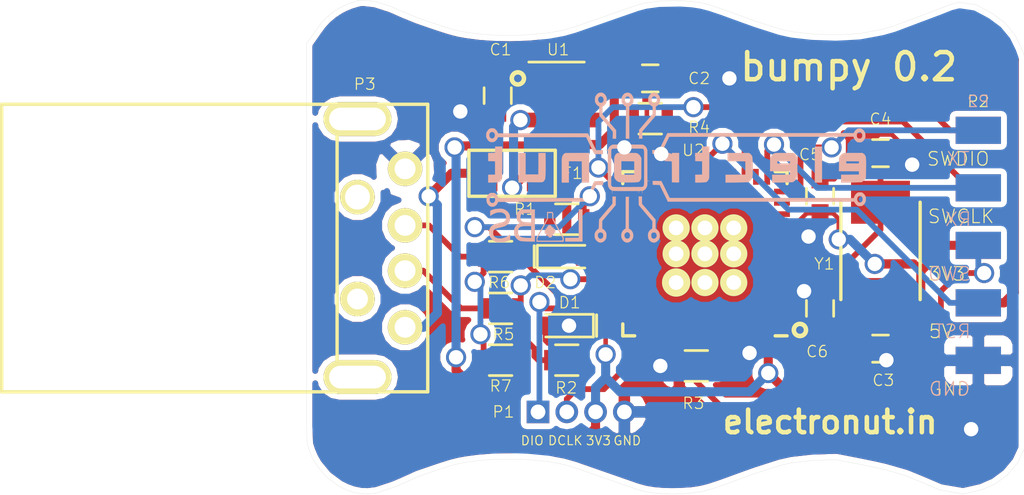
<source format=kicad_pcb>
(kicad_pcb (version 4) (host pcbnew 4.0.7)
  (layers (0 F.Cu signal) (31 B.Cu signal) (34 B.Paste user) (35 F.Paste user) (36 B.SilkS user) (37 F.SilkS user) (38 B.Mask user) (39 F.Mask user) (44 Edge.Cuts user))
  (net 0 "")
  (net 1 5V)
  (net 2 GND)
  (net 3 3V3)
  (net 4 "Net-(C3-Pad1)")
  (net 5 "Net-(C4-Pad1)")
  (net 6 "Net-(D1-Pad2)")
  (net 7 "Net-(D2-Pad1)")
  (net 8 "Net-(F1-Pad1)")
  (net 9 DIO)
  (net 10 DCLK)
  (net 11 TX)
  (net 12 RX)
  (net 13 SWO_TRACE)
  (net 14 RST)
  (net 15 D_P)
  (net 16 D_N)
  (net 17 PB14/SWDIO)
  (net 18 PA5/SWCLK)
  (net 19 LED_Link)
  (net 20 "Net-(R3-Pad1)")
  (net 21 "Net-(R4-Pad1)")
  (net 22 "Net-(R5-Pad1)")
  (net 23 "Net-(R6-Pad1)")
  (net 24 "Net-(U1-Pad4)")
  (net 25 "Net-(U2-Pad2)")
  (net 26 "Net-(U2-Pad3)")
  (net 27 "Net-(U2-Pad4)")
  (net 28 "Net-(U2-Pad7)")
  (net 29 "Net-(U2-Pad10)")
  (net 30 "Net-(U2-Pad11)")
  (net 31 "Net-(U2-Pad14)")
  (net 32 "Net-(U2-Pad16)")
  (net 33 "Net-(U2-Pad17)")
  (net 34 "Net-(U2-Pad19)")
  (net 35 "Net-(U2-Pad21)")
  (net 36 "Net-(U2-Pad22)")
  (net 37 "Net-(U2-Pad25)")
  (net 38 "Net-(U2-Pad26)")
  (net 39 "Net-(U2-Pad28)")
  (net 40 "Net-(U2-Pad29)")
  (net 41 "Net-(U2-Pad31)")
  (net 42 "Net-(U2-Pad38)")
  (net 43 "Net-(U2-Pad39)")
  (net 44 "Net-(U2-Pad40)")
  (net 45 "Net-(U2-Pad41)")
  (net 46 "Net-(U2-Pad42)")
  (net 47 "Net-(U2-Pad45)")
  (net 48 "Net-(U2-Pad46)")
  (module Capacitors_SMD:C_0603 (layer F.Cu) (at 189.738 128.143 270)
    (fp_text reference C1 (at -2.032 -0.127 360) (layer F.SilkS) (effects (font (size 0.5 0.5) (thickness 0.05))))
    (fp_text value 1uF)
    (pad 1 smd rect (at -0.75 0 270) (size 0.8 0.75) (layers F.Cu F.Paste F.Mask) (net 1 5V))
    (pad 2 smd rect (at 0.75 0 270) (size 0.8 0.75) (layers F.Cu F.Paste F.Mask) (net 2 GND))
  )
  (module Capacitors_SMD:C_0603 (layer F.Cu) (at 196.469 127.381)
    (fp_text reference C2 (at 2.159 0) (layer F.SilkS) (effects (font (size 0.5 0.5) (thickness 0.05))))
    (fp_text value 2.2uF)
    (pad 1 smd rect (at -0.75 0) (size 0.8 0.75) (layers F.Cu F.Paste F.Mask) (net 3 3V3))
    (pad 2 smd rect (at 0.75 0) (size 0.8 0.75) (layers F.Cu F.Paste F.Mask) (net 2 GND))
  )
  (module Capacitors_SMD:C_0603 (layer F.Cu) (at 206.629 139.319)
    (fp_text reference C3 (at 0.127 1.397) (layer F.SilkS) (effects (font (size 0.5 0.5) (thickness 0.05))))
    (fp_text value 22pF)
    (pad 1 smd rect (at -0.75 0) (size 0.8 0.75) (layers F.Cu F.Paste F.Mask) (net 4 "Net-(C3-Pad1)"))
    (pad 2 smd rect (at 0.75 0) (size 0.8 0.75) (layers F.Cu F.Paste F.Mask) (net 2 GND))
  )
  (module Capacitors_SMD:C_0603 (layer F.Cu) (at 206.629 130.683)
    (fp_text reference C4 (at 0 -1.5) (layer F.SilkS) (effects (font (size 0.5 0.5) (thickness 0.05))))
    (fp_text value 22pF)
    (pad 1 smd rect (at -0.75 0) (size 0.8 0.75) (layers F.Cu F.Paste F.Mask) (net 5 "Net-(C4-Pad1)"))
    (pad 2 smd rect (at 0.75 0) (size 0.8 0.75) (layers F.Cu F.Paste F.Mask) (net 2 GND))
  )
  (module Capacitors_SMD:C_0603 (layer F.Cu) (at 203.962 132.588 270)
    (fp_text reference C5 (at -1.8415 0.4445 360) (layer F.SilkS) (effects (font (size 0.5 0.5) (thickness 0.05))))
    (fp_text value 100nF)
    (pad 1 smd rect (at -0.75 0 270) (size 0.8 0.75) (layers F.Cu F.Paste F.Mask) (net 2 GND))
    (pad 2 smd rect (at 0.75 0 270) (size 0.8 0.75) (layers F.Cu F.Paste F.Mask) (net 3 3V3))
  )
  (module Capacitors_SMD:C_0603 (layer F.Cu) (at 203.962 137.541 270)
    (fp_text reference C6 (at 1.905 0.127 360) (layer F.SilkS) (effects (font (size 0.5 0.5) (thickness 0.05))))
    (fp_text value 100nF)
    (pad 1 smd rect (at -0.75 0 270) (size 0.8 0.75) (layers F.Cu F.Paste F.Mask) (net 2 GND))
    (pad 2 smd rect (at 0.75 0 270) (size 0.8 0.75) (layers F.Cu F.Paste F.Mask) (net 3 3V3))
  )
  (module LEDs:LED_0603 (layer F.Cu) (at 192.659 138.303 180)
    (fp_text reference D1 (at -0.254 1.016 180) (layer F.SilkS) (effects (font (size 0.5 0.5) (thickness 0.05))))
    (fp_text value LED2)
    (pad 2 smd rect (at 0.8 0) (size 0.8 0.8) (layers F.Cu F.Paste F.Mask) (net 6 "Net-(D1-Pad2)"))
    (pad 1 smd rect (at -0.8 0) (size 0.8 0.8) (layers F.Cu F.Paste F.Mask) (net 2 GND))
  )
  (module LEDs:LED_0603 (layer F.Cu) (at 192.786 135.255)
    (fp_text reference D2 (at -0.9525 1.143) (layer F.SilkS) (effects (font (size 0.5 0.5) (thickness 0.05))))
    (fp_text value LED1)
    (pad 2 smd rect (at 0.8 0 180) (size 0.8 0.8) (layers F.Cu F.Paste F.Mask) (net 3 3V3))
    (pad 1 smd rect (at -0.8 0 180) (size 0.8 0.8) (layers F.Cu F.Paste F.Mask) (net 7 "Net-(D2-Pad1)"))
  )
  (module bump:Fuse_PTC (layer F.Cu) (at 190.373 131.572)
    (fp_text reference F1 (at 2.667 0) (layer F.SilkS) (effects (font (size 0.5 0.5) (thickness 0.05))))
    (fp_text value F_Small)
    (pad 1 smd rect (at -1.175 0) (size 1.05 1.6) (layers F.Cu F.Paste F.Mask) (net 8 "Net-(F1-Pad1)"))
    (pad 2 smd rect (at 1.175 0) (size 1.05 1.6) (layers F.Cu F.Paste F.Mask) (net 1 5V))
  )
  (module bump:Pin_Header_Straight_1x04_1.27mm (layer F.Cu) (at 191.516 142.113 90)
    (fp_text reference P1 (at 0 -1.524 180) (layer F.SilkS) (effects (font (size 0.5 0.5) (thickness 0.05))))
    (fp_text value CONN_01X04)
    (pad 1 thru_hole rect (at 0 0 90) (size 1 1) (drill 0.65) (layers *.Cu *.Mask) (net 9 DIO))
    (pad 2 thru_hole oval (at 0 1.27 90) (size 1 1) (drill 0.65) (layers *.Cu *.Mask) (net 10 DCLK))
    (pad 3 thru_hole oval (at 0 2.54 90) (size 1 1) (drill 0.65) (layers *.Cu *.Mask) (net 3 3V3))
    (pad 4 thru_hole oval (at 0 3.81 90) (size 1 1) (drill 0.65) (layers *.Cu *.Mask) (net 2 GND))
  )
  (module bump:Pin_Header_Straight_1x05_SMD (layer B.Cu) (at 210.947 129.675 180)
    (fp_text reference P2 (at 0 1.278 180) (layer B.SilkS) (effects (font (size 0.5 0.5) (thickness 0.05)) (justify mirror)))
    (fp_text value CONN_01X05)
    (pad 1 smd rect (at 0 0 180) (size 2 1.2) (layers B.Cu B.Paste B.Mask) (net 11 TX))
    (pad 2 smd rect (at 0 -2.54 180) (size 2 1.2) (layers B.Cu B.Paste B.Mask) (net 12 RX))
    (pad 3 smd rect (at 0 -5.08 180) (size 2 1.2) (layers B.Cu B.Paste B.Mask) (net 13 SWO_TRACE))
    (pad 4 smd rect (at 0 -7.62 180) (size 2 1.2) (layers B.Cu B.Paste B.Mask) (net 14 RST))
    (pad 5 smd rect (at 0 -10.16 180) (size 2 1.2) (layers B.Cu B.Paste B.Mask) (net 2 GND))
  )
  (module bump:Pin_Header_Straight_1x05_SMD (layer F.Cu) (at 210.947 129.675)
    (fp_text reference P2 (at 0 -1.278) (layer F.SilkS) (effects (font (size 0.5 0.5) (thickness 0.05))))
    (fp_text value CONN_01X05)
    (pad 1 smd rect (at 0 0) (size 2 1.2) (layers F.Cu F.Paste F.Mask) (net 17 PB14/SWDIO))
    (pad 2 smd rect (at 0 2.54) (size 2 1.2) (layers F.Cu F.Paste F.Mask) (net 18 PA5/SWCLK))
    (pad 3 smd rect (at 0 5.08) (size 2 1.2) (layers F.Cu F.Paste F.Mask) (net 3 3V3))
    (pad 4 smd rect (at 0 7.62) (size 2 1.2) (layers F.Cu F.Paste F.Mask) (net 1 5V))
    (pad 5 smd rect (at 0 10.16) (size 2 1.2) (layers F.Cu F.Paste F.Mask) (net 2 GND))
  )
  (module Resistors_SMD:R_0603 (layer F.Cu) (at 192.786 133.604 180)
    (fp_text reference R1 (at 1.8415 0.4445 180) (layer F.SilkS) (effects (font (size 0.5 0.5) (thickness 0.05))))
    (fp_text value 1K)
    (pad 1 smd rect (at -0.75 0 180) (size 0.5 0.9) (layers F.Cu F.Paste F.Mask) (net 19 LED_Link))
    (pad 2 smd rect (at 0.75 0 180) (size 0.5 0.9) (layers F.Cu F.Paste F.Mask) (net 7 "Net-(D2-Pad1)"))
  )
  (module Resistors_SMD:R_0603 (layer F.Cu) (at 192.786 139.827)
    (fp_text reference R2 (at -0.022 1.223) (layer F.SilkS) (effects (font (size 0.5 0.5) (thickness 0.05))))
    (fp_text value 1K)
    (pad 1 smd rect (at -0.75 0) (size 0.5 0.9) (layers F.Cu F.Paste F.Mask) (net 19 LED_Link))
    (pad 2 smd rect (at 0.75 0) (size 0.5 0.9) (layers F.Cu F.Paste F.Mask) (net 6 "Net-(D1-Pad2)"))
  )
  (module Resistors_SMD:R_0603 (layer F.Cu) (at 198.501 140.081 180)
    (fp_text reference R3 (at 0.127 -1.651 180) (layer F.SilkS) (effects (font (size 0.5 0.5) (thickness 0.05))))
    (fp_text value 100K)
    (pad 1 smd rect (at -0.75 0 180) (size 0.5 0.9) (layers F.Cu F.Paste F.Mask) (net 20 "Net-(R3-Pad1)"))
    (pad 2 smd rect (at 0.75 0 180) (size 0.5 0.9) (layers F.Cu F.Paste F.Mask) (net 2 GND))
  )
  (module Resistors_SMD:R_0603 (layer F.Cu) (at 196.469 129.159 180)
    (fp_text reference R4 (at -2.159 -0.381 180) (layer F.SilkS) (effects (font (size 0.5 0.5) (thickness 0.05))))
    (fp_text value 100K)
    (pad 1 smd rect (at -0.75 0 180) (size 0.5 0.9) (layers F.Cu F.Paste F.Mask) (net 21 "Net-(R4-Pad1)"))
    (pad 2 smd rect (at 0.75 0 180) (size 0.5 0.9) (layers F.Cu F.Paste F.Mask) (net 2 GND))
  )
  (module Resistors_SMD:R_0603 (layer F.Cu) (at 189.865 137.541 180)
    (fp_text reference R5 (at -0.127 -1.143 180) (layer F.SilkS) (effects (font (size 0.5 0.5) (thickness 0.05))))
    (fp_text value 22R)
    (pad 1 smd rect (at -0.75 0 180) (size 0.5 0.9) (layers F.Cu F.Paste F.Mask) (net 22 "Net-(R5-Pad1)"))
    (pad 2 smd rect (at 0.75 0 180) (size 0.5 0.9) (layers F.Cu F.Paste F.Mask) (net 16 D_N))
  )
  (module Resistors_SMD:R_0603 (layer F.Cu) (at 189.865 135.255 180)
    (fp_text reference R6 (at 0.0635 -1.143 180) (layer F.SilkS) (effects (font (size 0.5 0.5) (thickness 0.05))))
    (fp_text value 22R)
    (pad 1 smd rect (at -0.75 0 180) (size 0.5 0.9) (layers F.Cu F.Paste F.Mask) (net 23 "Net-(R6-Pad1)"))
    (pad 2 smd rect (at 0.75 0 180) (size 0.5 0.9) (layers F.Cu F.Paste F.Mask) (net 15 D_P))
  )
  (module Resistors_SMD:R_0603 (layer F.Cu) (at 189.865 139.827 180)
    (fp_text reference R7 (at 0 -1.143 180) (layer F.SilkS) (effects (font (size 0.5 0.5) (thickness 0.05))))
    (fp_text value 10K)
    (pad 1 smd rect (at -0.75 0 180) (size 0.5 0.9) (layers F.Cu F.Paste F.Mask) (net 3 3V3))
    (pad 2 smd rect (at 0.75 0 180) (size 0.5 0.9) (layers F.Cu F.Paste F.Mask) (net 15 D_P))
  )
  (module TO_SOT_Packages_SMD:SOT-23-5 (layer F.Cu) (at 192.659 128.27)
    (fp_text reference U1 (at -0.254 -2.159) (layer F.SilkS) (effects (font (size 0.5 0.5) (thickness 0.05))))
    (fp_text value AP2112K)
    (pad 1 smd rect (at -1.1 -0.95) (size 1.06 0.65) (layers F.Cu F.Paste F.Mask) (net 1 5V))
    (pad 2 smd rect (at -1.1 0) (size 1.06 0.65) (layers F.Cu F.Paste F.Mask) (net 2 GND))
    (pad 3 smd rect (at -1.1 0.95) (size 1.06 0.65) (layers F.Cu F.Paste F.Mask) (net 1 5V))
    (pad 4 smd rect (at 1.1 0.95) (size 1.06 0.65) (layers F.Cu F.Paste F.Mask) (net 24 "Net-(U1-Pad4)"))
    (pad 5 smd rect (at 1.1 -0.95) (size 1.06 0.65) (layers F.Cu F.Paste F.Mask) (net 3 3V3))
  )
  (module bump:ABM7 (layer F.Cu) (at 206.629 135.001 90)
    (fp_text reference Y1 (at -0.5715 -2.4765 180) (layer F.SilkS) (effects (font (size 0.5 0.5) (thickness 0.05))))
    (fp_text value 8MHz hide)
    (pad 2 smd rect (at 2.15 0 90) (size 1.9 2.6) (layers F.Cu F.Paste F.Mask) (net 5 "Net-(C4-Pad1)"))
    (pad 1 smd rect (at -2.15 0 90) (size 1.9 2.6) (layers F.Cu F.Paste F.Mask) (net 4 "Net-(C3-Pad1)"))
  )
  (module hardware:USBA (layer F.Cu) (at 185.65 134.875 270)
    (fp_text reference P3 (at -7.239 1.778 360) (layer F.SilkS) (effects (font (size 0.5 0.5) (thickness 0.05))))
    (fp_text value USB_A)
    (pad 3 thru_hole circle (at -1 0 270) (size 1.524 1.524) (drill 0.92) (layers *.Cu *.Mask F.SilkS) (net 15 D_P))
    (pad 2 thru_hole circle (at 1 0 270) (size 1.524 1.524) (drill 0.92) (layers *.Cu *.Mask F.SilkS) (net 16 D_N))
    (pad 4 thru_hole circle (at -3.5 0 270) (size 1.524 1.524) (drill 0.92) (layers *.Cu *.Mask F.SilkS) (net 2 GND))
    (pad 1 thru_hole circle (at 3.5 0 270) (size 1.524 1.524) (drill 0.92) (layers *.Cu *.Mask F.SilkS) (net 8 "Net-(F1-Pad1)"))
    (pad "" np_thru_hole circle (at -2.25 2.1 270) (size 1.524 1.524) (drill 1.1) (layers *.Cu *.Mask F.SilkS))
    (pad "" np_thru_hole circle (at 2.25 2.1 270) (size 1.524 1.524) (drill 0.92) (layers *.Cu *.Mask F.SilkS))
    (pad "" np_thru_hole oval (at -5.7 2.1 270) (size 1.5 3) (drill oval 1 2.5) (layers *.Cu *.Mask F.SilkS))
    (pad "" np_thru_hole oval (at 5.7 2.1 270) (size 1.5 3) (drill oval 1 2.5) (layers *.Cu *.Mask F.SilkS))
  )
  (module bump:QFN-48-1EP_7x7mm_Pitch0.5 (layer F.Cu) (at 198.882 135.128 180)
    (fp_text reference U2 (at 0.508 4.572 180) (layer F.SilkS) (effects (font (size 0.5 0.5) (thickness 0.05))))
    (fp_text value STM32F103CX)
    (pad "" thru_hole circle (at -1.27 1.143 180) (size 1.2 1.2) (drill 0.65) (layers *.Cu *.Mask F.SilkS))
    (pad "" thru_hole circle (at 0 1.143 180) (size 1.2 1.2) (drill 0.65) (layers *.Cu *.Mask F.SilkS))
    (pad "" thru_hole circle (at 1.27 1.143 180) (size 1.2 1.2) (drill 0.65) (layers *.Cu *.Mask F.SilkS))
    (pad "" thru_hole circle (at 1.27 -1.27 180) (size 1.25 1.25) (drill 0.65) (layers *.Cu *.Mask F.SilkS))
    (pad "" thru_hole circle (at 0 -1.27 180) (size 1.2 1.2) (drill 0.65) (layers *.Cu *.Mask F.SilkS))
    (pad "" thru_hole circle (at -1.27 -1.27 180) (size 1.2 1.2) (drill 0.65) (layers *.Cu *.Mask F.SilkS))
    (pad "" thru_hole circle (at -1.27 0 180) (size 1.2 1.2) (drill 0.65) (layers *.Cu *.Mask F.SilkS))
    (pad "" thru_hole circle (at 1.27 0 180) (size 1.2 1.2) (drill 0.65) (layers *.Cu *.Mask F.SilkS))
    (pad 1 smd rect (at -3.4 -2.75 180) (size 0.7 0.25) (layers F.Cu F.Paste F.Mask) (net 3 3V3))
    (pad 2 smd rect (at -3.4 -2.25 180) (size 0.7 0.25) (layers F.Cu F.Paste F.Mask) (net 25 "Net-(U2-Pad2)"))
    (pad 3 smd rect (at -3.4 -1.75 180) (size 0.7 0.25) (layers F.Cu F.Paste F.Mask) (net 26 "Net-(U2-Pad3)"))
    (pad 4 smd rect (at -3.4 -1.25 180) (size 0.7 0.25) (layers F.Cu F.Paste F.Mask) (net 27 "Net-(U2-Pad4)"))
    (pad 5 smd rect (at -3.4 -0.75 180) (size 0.7 0.25) (layers F.Cu F.Paste F.Mask) (net 4 "Net-(C3-Pad1)"))
    (pad 6 smd rect (at -3.4 -0.25 180) (size 0.7 0.25) (layers F.Cu F.Paste F.Mask) (net 5 "Net-(C4-Pad1)"))
    (pad 7 smd rect (at -3.4 0.25 180) (size 0.7 0.25) (layers F.Cu F.Paste F.Mask) (net 28 "Net-(U2-Pad7)"))
    (pad 8 smd rect (at -3.4 0.75 180) (size 0.7 0.25) (layers F.Cu F.Paste F.Mask) (net 2 GND))
    (pad 9 smd rect (at -3.4 1.25 180) (size 0.7 0.25) (layers F.Cu F.Paste F.Mask) (net 3 3V3))
    (pad 10 smd rect (at -3.4 1.75 180) (size 0.7 0.25) (layers F.Cu F.Paste F.Mask) (net 29 "Net-(U2-Pad10)"))
    (pad 11 smd rect (at -3.4 2.25 180) (size 0.7 0.25) (layers F.Cu F.Paste F.Mask) (net 30 "Net-(U2-Pad11)"))
    (pad 12 smd rect (at -3.4 2.75 180) (size 0.7 0.25) (layers F.Cu F.Paste F.Mask) (net 11 TX))
    (pad 13 smd rect (at -2.75 3.4 270) (size 0.7 0.25) (layers F.Cu F.Paste F.Mask) (net 12 RX))
    (pad 14 smd rect (at -2.25 3.4 270) (size 0.7 0.25) (layers F.Cu F.Paste F.Mask) (net 31 "Net-(U2-Pad14)"))
    (pad 15 smd rect (at -1.75 3.4 270) (size 0.7 0.25) (layers F.Cu F.Paste F.Mask) (net 18 PA5/SWCLK))
    (pad 16 smd rect (at -1.25 3.4 270) (size 0.7 0.25) (layers F.Cu F.Paste F.Mask) (net 32 "Net-(U2-Pad16)"))
    (pad 17 smd rect (at -0.75 3.4 270) (size 0.7 0.25) (layers F.Cu F.Paste F.Mask) (net 33 "Net-(U2-Pad17)"))
    (pad 18 smd rect (at -0.25 3.4 270) (size 0.7 0.25) (layers F.Cu F.Paste F.Mask) (net 14 RST))
    (pad 19 smd rect (at 0.25 3.4 270) (size 0.7 0.25) (layers F.Cu F.Paste F.Mask) (net 34 "Net-(U2-Pad19)"))
    (pad 20 smd rect (at 0.75 3.4 270) (size 0.7 0.25) (layers F.Cu F.Paste F.Mask) (net 21 "Net-(R4-Pad1)"))
    (pad 21 smd rect (at 1.25 3.4 270) (size 0.7 0.25) (layers F.Cu F.Paste F.Mask) (net 35 "Net-(U2-Pad21)"))
    (pad 22 smd rect (at 1.75 3.4 270) (size 0.7 0.25) (layers F.Cu F.Paste F.Mask) (net 36 "Net-(U2-Pad22)"))
    (pad 23 smd rect (at 2.25 3.4 270) (size 0.7 0.25) (layers F.Cu F.Paste F.Mask) (net 2 GND))
    (pad 24 smd rect (at 2.75 3.4 270) (size 0.7 0.25) (layers F.Cu F.Paste F.Mask) (net 3 3V3))
    (pad 25 smd rect (at 3.4 2.75 180) (size 0.7 0.25) (layers F.Cu F.Paste F.Mask) (net 37 "Net-(U2-Pad25)"))
    (pad 26 smd rect (at 3.4 2.25 180) (size 0.7 0.25) (layers F.Cu F.Paste F.Mask) (net 38 "Net-(U2-Pad26)"))
    (pad 27 smd rect (at 3.4 1.75 180) (size 0.7 0.25) (layers F.Cu F.Paste F.Mask) (net 17 PB14/SWDIO))
    (pad 28 smd rect (at 3.4 1.25 180) (size 0.7 0.25) (layers F.Cu F.Paste F.Mask) (net 39 "Net-(U2-Pad28)"))
    (pad 29 smd rect (at 3.4 0.75 180) (size 0.7 0.25) (layers F.Cu F.Paste F.Mask) (net 40 "Net-(U2-Pad29)"))
    (pad 30 smd rect (at 3.4 0.25 180) (size 0.7 0.25) (layers F.Cu F.Paste F.Mask) (net 19 LED_Link))
    (pad 31 smd rect (at 3.4 -0.25 180) (size 0.7 0.25) (layers F.Cu F.Paste F.Mask) (net 41 "Net-(U2-Pad31)"))
    (pad 32 smd rect (at 3.4 -0.75 180) (size 0.7 0.25) (layers F.Cu F.Paste F.Mask) (net 22 "Net-(R5-Pad1)"))
    (pad 33 smd rect (at 3.4 -1.25 180) (size 0.7 0.25) (layers F.Cu F.Paste F.Mask) (net 23 "Net-(R6-Pad1)"))
    (pad 34 smd rect (at 3.4 -1.75 180) (size 0.7 0.25) (layers F.Cu F.Paste F.Mask) (net 9 DIO))
    (pad 35 smd rect (at 3.4 -2.25 180) (size 0.7 0.25) (layers F.Cu F.Paste F.Mask) (net 2 GND))
    (pad 36 smd rect (at 3.4 -2.75 180) (size 0.7 0.25) (layers F.Cu F.Paste F.Mask) (net 3 3V3))
    (pad 37 smd rect (at 2.75 -3.4 270) (size 0.7 0.25) (layers F.Cu F.Paste F.Mask) (net 10 DCLK))
    (pad 38 smd rect (at 2.25 -3.4 270) (size 0.7 0.25) (layers F.Cu F.Paste F.Mask) (net 42 "Net-(U2-Pad38)"))
    (pad 39 smd rect (at 1.75 -3.4 270) (size 0.7 0.25) (layers F.Cu F.Paste F.Mask) (net 43 "Net-(U2-Pad39)"))
    (pad 40 smd rect (at 1.25 -3.4 270) (size 0.7 0.25) (layers F.Cu F.Paste F.Mask) (net 44 "Net-(U2-Pad40)"))
    (pad 41 smd rect (at 0.75 -3.4 270) (size 0.7 0.25) (layers F.Cu F.Paste F.Mask) (net 45 "Net-(U2-Pad41)"))
    (pad 42 smd rect (at 0.25 -3.4 270) (size 0.7 0.25) (layers F.Cu F.Paste F.Mask) (net 46 "Net-(U2-Pad42)"))
    (pad 43 smd rect (at -0.25 -3.4 270) (size 0.7 0.25) (layers F.Cu F.Paste F.Mask) (net 13 SWO_TRACE))
    (pad 44 smd rect (at -0.75 -3.4 270) (size 0.7 0.25) (layers F.Cu F.Paste F.Mask) (net 20 "Net-(R3-Pad1)"))
    (pad 45 smd rect (at -1.25 -3.4 270) (size 0.7 0.25) (layers F.Cu F.Paste F.Mask) (net 47 "Net-(U2-Pad45)"))
    (pad 46 smd rect (at -1.75 -3.4 270) (size 0.7 0.25) (layers F.Cu F.Paste F.Mask) (net 48 "Net-(U2-Pad46)"))
    (pad 47 smd rect (at -2.25 -3.4 270) (size 0.7 0.25) (layers F.Cu F.Paste F.Mask) (net 2 GND))
    (pad 48 smd rect (at -2.75 -3.4 270) (size 0.7 0.25) (layers F.Cu F.Paste F.Mask) (net 3 3V3))
    (pad 49 smd rect (at 0 0 180) (size 5.1 5.1) (layers F.Cu F.Paste F.Mask))
    (pad "" thru_hole circle (at 0 0 180) (size 1.2 1.2) (drill 0.65) (layers *.Cu *.Mask F.SilkS))
  )
  (module bump:en-labs-logo (layer B.Cu) (at 197.612 131.318 180)
    (fp_text reference G*** hide)
    (fp_text value LOGO hide)
  )
  (gr_line (start 191.35 135.725) (end 191.35 134.775) (angle 90) (layer F.SilkS) (width 0.13))
  (gr_line (start 194.1 138.775) (end 194.1 137.825) (angle 90) (layer F.SilkS) (width 0.13))
  (gr_circle (center 190.627 127.381) (end 190.8175 127.5715) (layer F.SilkS) (width 0.2))
  (gr_circle (center 203.073 138.4935) (end 203.2635 138.684) (layer F.SilkS) (width 0.2))
  (gr_text "GND\n" (at 195.453 143.383) (layer F.SilkS) (effects (font (size 0.4 0.4) (thickness 0.05))))
  (gr_text "3V3\n" (at 194.183 143.383) (layer F.SilkS) (effects (font (size 0.4 0.4) (thickness 0.05))))
  (gr_text "DCLK\n" (at 192.72 143.379) (layer F.SilkS) (effects (font (size 0.4 0.4) (thickness 0.05))))
  (gr_text DIO (at 191.262 143.383) (layer F.SilkS) (effects (font (size 0.4 0.4) (thickness 0.05))))
  (gr_text "GND\n" (at 209.677 141.097) (layer B.SilkS) (effects (font (size 0.6 0.6) (thickness 0.05)) (justify mirror)))
  (gr_text "RST\n" (at 209.804 138.557) (layer B.SilkS) (effects (font (size 0.6 0.6) (thickness 0.05)) (justify mirror)))
  (gr_text SWO (at 209.677 136.017) (layer B.SilkS) (effects (font (size 0.6 0.6) (thickness 0.05)) (justify mirror)))
  (gr_text "RX\n" (at 210.058 133.604) (layer B.SilkS) (effects (font (size 0.6 0.6) (thickness 0.05)) (justify mirror)))
  (gr_text "TX\n" (at 210.058 130.937) (layer B.SilkS) (effects (font (size 0.6 0.6) (thickness 0.05)) (justify mirror)))
  (gr_text "GND\n" (at 209.677 141.097) (layer F.SilkS) (effects (font (size 0.6 0.6) (thickness 0.05))))
  (gr_text 5V (at 209.296 138.557) (layer F.SilkS) (effects (font (size 0.6 0.6) (thickness 0.05))))
  (gr_text "3V3\n" (at 209.55 136.017) (layer F.SilkS) (effects (font (size 0.6 0.6) (thickness 0.05))))
  (gr_text "SWCLK\n" (at 210.185 133.477) (layer F.SilkS) (effects (font (size 0.6 0.6) (thickness 0.05))))
  (gr_text "SWDIO\n" (at 210.058 130.937) (layer F.SilkS) (effects (font (size 0.6 0.6) (thickness 0.05))))
  (gr_text electronut.in (at 204.4065 142.5575) (layer F.SilkS) (effects (font (size 1 1) (thickness 0.2))))
  (gr_text "bumpy 0.2\n" (at 205.232 126.873) (layer F.SilkS) (effects (font (size 1.2 1.2) (thickness 0.2))))
  (gr_line (start 188.054117 125.290277) (end 187.801454 125.229579) (angle 90) (layer Edge.Cuts) (width 0.01))
  (gr_line (start 188.345342 125.344379) (end 188.054117 125.290277) (angle 90) (layer Edge.Cuts) (width 0.01))
  (gr_line (start 188.902606 125.418477) (end 188.345342 125.344379) (angle 90) (layer Edge.Cuts) (width 0.01))
  (gr_line (start 189.468768 125.462824) (end 188.902606 125.418477) (angle 90) (layer Edge.Cuts) (width 0.01))
  (gr_line (start 186.909352 124.946728) (end 186.875617 124.935246) (angle 90) (layer Edge.Cuts) (width 0.01))
  (gr_line (start 186.941429 124.957648) (end 186.909352 124.946728) (angle 90) (layer Edge.Cuts) (width 0.01))
  (gr_line (start 186.975189 124.969075) (end 186.941429 124.957648) (angle 90) (layer Edge.Cuts) (width 0.01))
  (gr_line (start 187.007257 124.979934) (end 186.975189 124.969075) (angle 90) (layer Edge.Cuts) (width 0.01))
  (gr_line (start 187.152939 125.028816) (end 187.007257 124.979934) (angle 90) (layer Edge.Cuts) (width 0.01))
  (gr_line (start 187.270563 125.067696) (end 187.152939 125.028816) (angle 90) (layer Edge.Cuts) (width 0.01))
  (gr_line (start 187.593519 125.169848) (end 187.270563 125.067696) (angle 90) (layer Edge.Cuts) (width 0.01))
  (gr_line (start 187.801454 125.229579) (end 187.593519 125.169848) (angle 90) (layer Edge.Cuts) (width 0.01))
  (gr_line (start 184.345152 123.987688) (end 183.796583 123.923163) (angle 90) (layer Edge.Cuts) (width 0.01))
  (gr_line (start 185.04193 124.210872) (end 184.345152 123.987688) (angle 90) (layer Edge.Cuts) (width 0.01))
  (gr_line (start 185.626252 124.468154) (end 185.04193 124.210872) (angle 90) (layer Edge.Cuts) (width 0.01))
  (gr_line (start 186.218856 124.708491) (end 185.626252 124.468154) (angle 90) (layer Edge.Cuts) (width 0.01))
  (gr_line (start 186.531894 124.817112) (end 186.218856 124.708491) (angle 90) (layer Edge.Cuts) (width 0.01))
  (gr_line (start 186.744029 124.89022) (end 186.531894 124.817112) (angle 90) (layer Edge.Cuts) (width 0.01))
  (gr_line (start 186.813089 124.9139) (end 186.744029 124.89022) (angle 90) (layer Edge.Cuts) (width 0.01))
  (gr_line (start 186.875617 124.935246) (end 186.813089 124.9139) (angle 90) (layer Edge.Cuts) (width 0.01))
  (gr_line (start 189.468739 125.462827) (end 189.468768 125.462824) (angle 90) (layer Edge.Cuts) (width 0.01))
  (gr_line (start 189.468739 125.462819) (end 189.468739 125.462827) (angle 90) (layer Edge.Cuts) (width 0.01))
  (gr_line (start 190.264027 125.482112) (end 189.468739 125.462819) (angle 90) (layer Edge.Cuts) (width 0.01))
  (gr_line (start 191.05203 125.458342) (end 190.264027 125.482112) (angle 90) (layer Edge.Cuts) (width 0.01))
  (gr_line (start 191.96883 125.371702) (end 191.05203 125.458342) (angle 90) (layer Edge.Cuts) (width 0.01))
  (gr_line (start 198.72765 124.046149) (end 198.317371 123.982194) (angle 90) (layer Edge.Cuts) (width 0.01))
  (gr_line (start 199.102782 124.140852) (end 198.72765 124.046149) (angle 90) (layer Edge.Cuts) (width 0.01))
  (gr_line (start 199.626615 124.314504) (end 199.102782 124.140852) (angle 90) (layer Edge.Cuts) (width 0.01))
  (gr_line (start 200.683579 124.698517) (end 199.626615 124.314504) (angle 90) (layer Edge.Cuts) (width 0.01))
  (gr_line (start 201.164849 124.870422) (end 200.683579 124.698517) (angle 90) (layer Edge.Cuts) (width 0.01))
  (gr_line (start 202.224701 125.209343) (end 201.164849 124.870422) (angle 90) (layer Edge.Cuts) (width 0.01))
  (gr_line (start 202.736882 125.322064) (end 202.224701 125.209343) (angle 90) (layer Edge.Cuts) (width 0.01))
  (gr_line (start 203.613617 125.420556) (end 202.736882 125.322064) (angle 90) (layer Edge.Cuts) (width 0.01))
  (gr_line (start 192.615601 125.252314) (end 191.96883 125.371702) (angle 90) (layer Edge.Cuts) (width 0.01))
  (gr_line (start 193.107977 125.112186) (end 192.615601 125.252314) (angle 90) (layer Edge.Cuts) (width 0.01))
  (gr_line (start 194.484741 124.631947) (end 193.107977 125.112186) (angle 90) (layer Edge.Cuts) (width 0.01))
  (gr_line (start 195.861279 124.151891) (end 194.484741 124.631947) (angle 90) (layer Edge.Cuts) (width 0.01))
  (gr_line (start 196.241469 124.049144) (end 195.861279 124.151891) (angle 90) (layer Edge.Cuts) (width 0.01))
  (gr_line (start 196.845804 123.966118) (end 196.241469 124.049144) (angle 90) (layer Edge.Cuts) (width 0.01))
  (gr_line (start 197.790962 123.947657) (end 196.845804 123.966118) (angle 90) (layer Edge.Cuts) (width 0.01))
  (gr_line (start 198.317371 123.982194) (end 197.790962 123.947657) (angle 90) (layer Edge.Cuts) (width 0.01))
  (gr_line (start 204.665169 125.457415) (end 203.613617 125.420556) (angle 90) (layer Edge.Cuts) (width 0.01))
  (gr_line (start 206.683959 125.218401) (end 207.180382 125.078774) (angle 90) (layer Edge.Cuts) (width 0.01))
  (gr_line (start 205.694916 125.402031) (end 206.683959 125.218401) (angle 90) (layer Edge.Cuts) (width 0.01))
  (gr_line (start 204.665169 125.457415) (end 205.694916 125.402031) (angle 90) (layer Edge.Cuts) (width 0.01))
  (gr_line (start 209.699943 124.118861) (end 210.099943 124.018861) (angle 90) (layer Edge.Cuts) (width 0.01))
  (gr_line (start 209.199943 124.318861) (end 209.699943 124.118861) (angle 90) (layer Edge.Cuts) (width 0.01))
  (gr_line (start 208.399943 124.618861) (end 209.199943 124.318861) (angle 90) (layer Edge.Cuts) (width 0.01))
  (gr_line (start 208.399943 124.618861) (end 208.399943 124.618861) (angle 90) (layer Edge.Cuts) (width 0.01))
  (gr_line (start 207.180382 125.078774) (end 208.399943 124.618861) (angle 90) (layer Edge.Cuts) (width 0.01))
  (gr_line (start 185.952757 145.091834) (end 185.794665 145.163607) (angle 90) (layer Edge.Cuts) (width 0.01))
  (gr_line (start 186.085799 145.031146) (end 185.952757 145.091834) (angle 90) (layer Edge.Cuts) (width 0.01))
  (gr_line (start 186.218859 144.970488) (end 186.085799 145.031146) (angle 90) (layer Edge.Cuts) (width 0.01))
  (gr_line (start 186.939174 144.722174) (end 186.218859 144.970488) (angle 90) (layer Edge.Cuts) (width 0.01))
  (gr_line (start 187.270566 144.611284) (end 186.939174 144.722174) (angle 90) (layer Edge.Cuts) (width 0.01))
  (gr_line (start 187.593521 144.509141) (end 187.270566 144.611284) (angle 90) (layer Edge.Cuts) (width 0.01))
  (gr_line (start 187.801457 144.449397) (end 187.593521 144.509141) (angle 90) (layer Edge.Cuts) (width 0.01))
  (gr_line (start 188.054119 144.388707) (end 187.801457 144.449397) (angle 90) (layer Edge.Cuts) (width 0.01))
  (gr_line (start 184.407217 145.687057) (end 184.014225 145.737606) (angle 90) (layer Edge.Cuts) (width 0.01))
  (gr_line (start 185.148365 145.443061) (end 184.407217 145.687057) (angle 90) (layer Edge.Cuts) (width 0.01))
  (gr_line (start 185.371295 145.35046) (end 185.148365 145.443061) (angle 90) (layer Edge.Cuts) (width 0.01))
  (gr_line (start 185.686279 145.212397) (end 185.371295 145.35046) (angle 90) (layer Edge.Cuts) (width 0.01))
  (gr_line (start 185.794665 145.163607) (end 185.686279 145.212397) (angle 90) (layer Edge.Cuts) (width 0.01))
  (gr_line (start 188.345345 144.3346) (end 188.054119 144.388707) (angle 90) (layer Edge.Cuts) (width 0.01))
  (gr_line (start 188.902606 144.2605) (end 188.345345 144.3346) (angle 90) (layer Edge.Cuts) (width 0.01))
  (gr_line (start 189.468771 144.216155) (end 188.902606 144.2605) (angle 90) (layer Edge.Cuts) (width 0.01))
  (gr_line (start 189.468742 144.216158) (end 189.468742 144.216152) (angle 90) (layer Edge.Cuts) (width 0.01))
  (gr_line (start 189.860013 144.201363) (end 189.468742 144.216158) (angle 90) (layer Edge.Cuts) (width 0.01))
  (gr_line (start 190.260488 144.197126) (end 189.860013 144.201363) (angle 90) (layer Edge.Cuts) (width 0.01))
  (gr_line (start 190.662829 144.203682) (end 190.260488 144.197126) (angle 90) (layer Edge.Cuts) (width 0.01))
  (gr_line (start 191.052033 144.220635) (end 190.662829 144.203682) (angle 90) (layer Edge.Cuts) (width 0.01))
  (gr_line (start 191.968836 144.307277) (end 191.052033 144.220635) (angle 90) (layer Edge.Cuts) (width 0.01))
  (gr_line (start 192.615604 144.426665) (end 191.968836 144.307277) (angle 90) (layer Edge.Cuts) (width 0.01))
  (gr_line (start 193.10798 144.566794) (end 192.615604 144.426665) (angle 90) (layer Edge.Cuts) (width 0.01))
  (gr_line (start 189.468742 144.216152) (end 189.468771 144.216155) (angle 90) (layer Edge.Cuts) (width 0.01))
  (gr_line (start 197.790974 145.731322) (end 197.580466 145.735446) (angle 90) (layer Edge.Cuts) (width 0.01))
  (gr_line (start 198.317371 145.696785) (end 197.790974 145.731322) (angle 90) (layer Edge.Cuts) (width 0.01))
  (gr_line (start 198.727661 145.632831) (end 198.317371 145.696785) (angle 90) (layer Edge.Cuts) (width 0.01))
  (gr_line (start 199.102782 145.538127) (end 198.727661 145.632831) (angle 90) (layer Edge.Cuts) (width 0.01))
  (gr_line (start 199.626615 145.364476) (end 199.102782 145.538127) (angle 90) (layer Edge.Cuts) (width 0.01))
  (gr_line (start 200.683579 144.980462) (end 199.626615 145.364476) (angle 90) (layer Edge.Cuts) (width 0.01))
  (gr_line (start 201.164857 144.808557) (end 200.683579 144.980462) (angle 90) (layer Edge.Cuts) (width 0.01))
  (gr_line (start 202.224701 144.469633) (end 201.164857 144.808557) (angle 90) (layer Edge.Cuts) (width 0.01))
  (gr_line (start 194.484744 145.047032) (end 193.10798 144.566794) (angle 90) (layer Edge.Cuts) (width 0.01))
  (gr_line (start 195.861267 145.527086) (end 194.484744 145.047032) (angle 90) (layer Edge.Cuts) (width 0.01))
  (gr_line (start 196.241469 145.629841) (end 195.861267 145.527086) (angle 90) (layer Edge.Cuts) (width 0.01))
  (gr_line (start 196.600309 145.689997) (end 196.241469 145.629841) (angle 90) (layer Edge.Cuts) (width 0.01))
  (gr_line (start 197.012316 145.726259) (end 196.600309 145.689997) (angle 90) (layer Edge.Cuts) (width 0.01))
  (gr_line (start 197.192245 145.733137) (end 197.012316 145.726259) (angle 90) (layer Edge.Cuts) (width 0.01))
  (gr_line (start 197.401233 145.736212) (end 197.192245 145.733137) (angle 90) (layer Edge.Cuts) (width 0.01))
  (gr_line (start 197.580466 145.735446) (end 197.401233 145.736212) (angle 90) (layer Edge.Cuts) (width 0.01))
  (gr_line (start 202.736882 144.356915) (end 202.224701 144.469633) (angle 90) (layer Edge.Cuts) (width 0.01))
  (gr_line (start 203.613629 144.258423) (end 202.736882 144.356915) (angle 90) (layer Edge.Cuts) (width 0.01))
  (gr_line (start 204.66518 144.221565) (end 203.613629 144.258423) (angle 90) (layer Edge.Cuts) (width 0.01))
  (gr_line (start 209.252763 145.563017) (end 210.277347 145.737606) (angle 90) (layer Edge.Cuts) (width 0.01))
  (gr_line (start 208.42173 145.208435) (end 209.252763 145.563017) (angle 90) (layer Edge.Cuts) (width 0.01))
  (gr_line (start 207.748832 144.931796) (end 208.42173 145.208435) (angle 90) (layer Edge.Cuts) (width 0.01))
  (gr_line (start 206.809245 144.660974) (end 207.748832 144.931796) (angle 90) (layer Edge.Cuts) (width 0.01))
  (gr_line (start 206.361566 144.559347) (end 206.809245 144.660974) (angle 90) (layer Edge.Cuts) (width 0.01))
  (gr_line (start 205.74066 144.430643) (end 206.361566 144.559347) (angle 90) (layer Edge.Cuts) (width 0.01))
  (gr_line (start 205.437527 144.371015) (end 205.74066 144.430643) (angle 90) (layer Edge.Cuts) (width 0.01))
  (gr_line (start 204.66518 144.221565) (end 205.437527 144.371015) (angle 90) (layer Edge.Cuts) (width 0.01))
  (gr_line (start 182.170694 124.703208) (end 181.935891 124.954737) (angle 90) (layer Edge.Cuts) (width 0.01))
  (gr_line (start 182.440885 124.475317) (end 182.170694 124.703208) (angle 90) (layer Edge.Cuts) (width 0.01))
  (gr_line (start 182.731131 124.2853) (end 182.440885 124.475317) (angle 90) (layer Edge.Cuts) (width 0.01))
  (gr_line (start 182.975464 124.159728) (end 182.731131 124.2853) (angle 90) (layer Edge.Cuts) (width 0.01))
  (gr_line (start 183.243937 124.049728) (end 182.975464 124.159728) (angle 90) (layer Edge.Cuts) (width 0.01))
  (gr_line (start 183.618205 123.939648) (end 183.243937 124.049728) (angle 90) (layer Edge.Cuts) (width 0.01))
  (gr_line (start 183.796583 123.923166) (end 183.618205 123.939648) (angle 90) (layer Edge.Cuts) (width 0.01))
  (gr_line (start 181.299943 125.848861) (end 181.30001 142.749242) (angle 90) (layer Edge.Cuts) (width 0.01))
  (gr_line (start 212.981808 126.41551) (end 212.979899 143.719935) (angle 90) (layer Edge.Cuts) (width 0.01))
  (gr_line (start 181.732142 125.232535) (end 181.299943 125.848861) (angle 90) (layer Edge.Cuts) (width 0.01))
  (gr_line (start 181.935891 124.954737) (end 181.732142 125.232535) (angle 90) (layer Edge.Cuts) (width 0.01))
  (gr_line (start 212.842768 126.028687) (end 212.981808 126.41551) (angle 90) (layer Edge.Cuts) (width 0.01))
  (gr_line (start 212.563022 125.459235) (end 212.842768 126.028687) (angle 90) (layer Edge.Cuts) (width 0.01))
  (gr_line (start 212.115121 124.920546) (end 212.563022 125.459235) (angle 90) (layer Edge.Cuts) (width 0.01))
  (gr_line (start 211.564028 124.511996) (end 212.115121 124.920546) (angle 90) (layer Edge.Cuts) (width 0.01))
  (gr_line (start 210.853977 124.130567) (end 211.564028 124.511996) (angle 90) (layer Edge.Cuts) (width 0.01))
  (gr_line (start 210.099943 124.018861) (end 210.853977 124.130567) (angle 90) (layer Edge.Cuts) (width 0.01))
  (gr_line (start 181.331636 143.529036) (end 181.30001 142.749242) (angle 90) (layer Edge.Cuts) (width 0.01))
  (gr_line (start 181.430477 143.839543) (end 181.331636 143.529036) (angle 90) (layer Edge.Cuts) (width 0.01))
  (gr_line (start 181.569165 144.160164) (end 181.430477 143.839543) (angle 90) (layer Edge.Cuts) (width 0.01))
  (gr_line (start 181.732142 144.446492) (end 181.569165 144.160164) (angle 90) (layer Edge.Cuts) (width 0.01))
  (gr_line (start 182.180037 144.985177) (end 181.732142 144.446492) (angle 90) (layer Edge.Cuts) (width 0.01))
  (gr_line (start 182.731131 145.393727) (end 182.180037 144.985177) (angle 90) (layer Edge.Cuts) (width 0.01))
  (gr_line (start 183.037617 145.545547) (end 182.731131 145.393727) (angle 90) (layer Edge.Cuts) (width 0.01))
  (gr_line (start 183.346206 145.654641) (end 183.037617 145.545547) (angle 90) (layer Edge.Cuts) (width 0.01))
  (gr_line (start 183.70878 145.72852) (end 183.346206 145.654641) (angle 90) (layer Edge.Cuts) (width 0.01))
  (gr_line (start 184.014225 145.737606) (end 183.70878 145.72852) (angle 90) (layer Edge.Cuts) (width 0.01))
  (gr_line (start 212.688311 144.345298) (end 212.979899 143.719935) (angle 90) (layer Edge.Cuts) (width 0.01))
  (gr_line (start 212.24041 144.883986) (end 212.688311 144.345298) (angle 90) (layer Edge.Cuts) (width 0.01))
  (gr_line (start 211.689317 145.292533) (end 212.24041 144.883986) (angle 90) (layer Edge.Cuts) (width 0.01))
  (gr_line (start 211.095297 145.551836) (end 211.689317 145.292533) (angle 90) (layer Edge.Cuts) (width 0.01))
  (gr_line (start 210.277347 145.737606) (end 211.095297 145.551836) (angle 90) (layer Edge.Cuts) (width 0.01))
  (segment (start 212.5345 126.5555) (end 212.5345 136.8425) (width 0.4) (layer F.Cu) (net 1))
  (segment (start 190.4365 129.523502) (end 190.4365 132.0165) (width 0.4) (layer B.Cu) (net 1))
  (via (at 190.737502 129.2225) (size 0.889) (drill 0.635) (layers F.Cu B.Cu) (net 1))
  (segment (start 190.740002 129.22) (end 190.737502 129.2225) (width 0.4) (layer F.Cu) (net 1))
  (segment (start 191.559 129.22) (end 190.740002 129.22) (width 0.4) (layer F.Cu) (net 1))
  (segment (start 190.4365 129.523502) (end 190.737502 129.2225) (width 0.4) (layer B.Cu) (net 1))
  (segment (start 191.008 131.572) (end 191.548 131.572) (width 0.4) (layer F.Cu) (net 1))
  (segment (start 190.373 132.207) (end 191.008 131.572) (width 0.4) (layer F.Cu) (net 1))
  (via (at 190.373 132.207) (size 0.889) (drill 0.635) (layers F.Cu B.Cu) (net 1))
  (segment (start 190.373 132.08) (end 190.373 132.207) (width 0.4) (layer B.Cu) (net 1))
  (segment (start 190.4365 132.0165) (end 190.373 132.08) (width 0.4) (layer B.Cu) (net 1))
  (segment (start 210.947 137.295) (end 212.082 137.295) (width 0.4) (layer F.Cu) (net 1))
  (segment (start 212.1535 126.1745) (end 212.5345 126.5555) (width 0.4) (layer F.Cu) (net 1))
  (segment (start 191.9795 126.1745) (end 212.1535 126.1745) (width 0.4) (layer F.Cu) (net 1))
  (segment (start 191.559 126.595) (end 191.9795 126.1745) (width 0.4) (layer F.Cu) (net 1))
  (segment (start 191.559 126.595) (end 191.559 127.32) (width 0.4) (layer F.Cu) (net 1))
  (segment (start 212.082 137.295) (end 212.5345 136.8425) (width 0.4) (layer F.Cu) (net 1))
  (segment (start 191.559 127.32) (end 192.344 127.32) (width 0.4) (layer F.Cu) (net 1))
  (segment (start 192.471 129.22) (end 191.559 129.22) (width 0.4) (layer F.Cu) (net 1))
  (segment (start 192.659 129.032) (end 192.471 129.22) (width 0.4) (layer F.Cu) (net 1))
  (segment (start 192.659 127.635) (end 192.659 129.032) (width 0.4) (layer F.Cu) (net 1))
  (segment (start 192.344 127.32) (end 192.659 127.635) (width 0.4) (layer F.Cu) (net 1))
  (segment (start 189.738 127.393) (end 191.486 127.393) (width 0.4) (layer F.Cu) (net 1))
  (segment (start 191.486 127.393) (end 191.559 127.32) (width 0.4) (layer F.Cu) (net 1))
  (segment (start 207.379 130.683) (end 207.518 130.683) (width 0.4) (layer F.Cu) (net 2))
  (segment (start 207.518 130.683) (end 208.026 131.191) (width 0.4) (layer F.Cu) (net 2))
  (via (at 208.026 131.191) (size 0.889) (drill 0.635) (layers F.Cu B.Cu) (net 2))
  (segment (start 195.719 129.159) (end 195.719 130.036) (width 0.4) (layer F.Cu) (net 2))
  (via (at 195.326 130.429) (size 0.889) (drill 0.635) (layers F.Cu B.Cu) (net 2))
  (segment (start 195.719 130.036) (end 195.326 130.429) (width 0.4) (layer F.Cu) (net 2))
  (segment (start 188.1385 128.893) (end 188.087 128.8415) (width 0.4) (layer F.Cu) (net 2))
  (via (at 188.087 128.8415) (size 0.889) (drill 0.635) (layers F.Cu B.Cu) (net 2))
  (segment (start 188.1385 128.893) (end 189.738 128.893) (width 0.4) (layer F.Cu) (net 2))
  (segment (start 202.282 134.378) (end 203.442 134.378) (width 0.2) (layer F.Cu) (net 2))
  (via (at 203.454 134.366) (size 0.889) (drill 0.635) (layers F.Cu B.Cu) (net 2))
  (segment (start 203.442 134.378) (end 203.454 134.366) (width 0.2) (layer F.Cu) (net 2))
  (segment (start 201.132 138.528) (end 201.132 139.228) (width 0.2) (layer F.Cu) (net 2))
  (segment (start 201.132 139.228) (end 200.8505 139.5095) (width 0.2) (layer F.Cu) (net 2))
  (via (at 200.8505 139.5095) (size 0.889) (drill 0.635) (layers F.Cu B.Cu) (net 2))
  (segment (start 195.482 137.378) (end 194.932 137.378) (width 0.2) (layer F.Cu) (net 2))
  (segment (start 193.8713 138.303) (end 193.459 138.303) (width 0.2) (layer F.Cu) (net 2))
  (segment (start 193.8713 138.303) (end 194.7963 137.378) (width 0.2) (layer F.Cu) (net 2))
  (segment (start 194.7963 137.378) (end 194.932 137.378) (width 0.2) (layer F.Cu) (net 2))
  (segment (start 210.947 139.835) (end 210.947 142.5575) (width 0.4) (layer B.Cu) (net 2))
  (via (at 210.6295 142.875) (size 0.889) (drill 0.635) (layers F.Cu B.Cu) (net 2))
  (segment (start 210.947 142.5575) (end 210.6295 142.875) (width 0.4) (layer B.Cu) (net 2))
  (segment (start 197.219 127.381) (end 199.9615 127.381) (width 0.4) (layer F.Cu) (net 2))
  (segment (start 197.45062 130.71738) (end 198.8185 129.3495) (width 0.4) (layer B.Cu) (net 2))
  (segment (start 198.8185 129.3495) (end 199.644 129.3495) (width 0.4) (layer B.Cu) (net 2))
  (segment (start 199.644 129.3495) (end 200.2155 128.778) (width 0.4) (layer B.Cu) (net 2))
  (segment (start 200.2155 128.778) (end 200.2155 128.143) (width 0.4) (layer B.Cu) (net 2))
  (segment (start 196.632 131.03636) (end 196.632 131.728) (width 0.2) (layer F.Cu) (net 2))
  (segment (start 196.632 131.03636) (end 196.95098 130.71738) (width 0.2) (layer F.Cu) (net 2))
  (via (at 196.95098 130.71738) (size 0.889) (drill 0.635) (layers F.Cu B.Cu) (net 2))
  (segment (start 196.95098 130.71738) (end 197.45062 130.71738) (width 0.4) (layer B.Cu) (net 2))
  (segment (start 200.2155 127.635) (end 200.2155 128.143) (width 0.4) (layer B.Cu) (net 2))
  (segment (start 199.9615 127.381) (end 200.2155 127.635) (width 0.4) (layer B.Cu) (net 2))
  (via (at 199.9615 127.381) (size 0.889) (drill 0.635) (layers F.Cu B.Cu) (net 2))
  (segment (start 189.738 128.4605) (end 189.9285 128.27) (width 0.4) (layer F.Cu) (net 2))
  (segment (start 189.9285 128.27) (end 190.5 128.27) (width 0.4) (layer F.Cu) (net 2))
  (segment (start 189.738 128.893) (end 189.738 128.4605) (width 0.4) (layer F.Cu) (net 2))
  (segment (start 207.379 130.683) (end 207.59385 130.683) (width 0.2) (layer F.Cu) (net 2))
  (segment (start 207.333465 139.383481) (end 206.888966 139.82798) (width 0.4) (layer F.Cu) (net 2))
  (via (at 206.888966 139.82798) (size 0.889) (drill 0.635) (layers F.Cu B.Cu) (net 2))
  (segment (start 207.379 139.337946) (end 207.333465 139.383481) (width 0.4) (layer F.Cu) (net 2))
  (segment (start 207.379 139.319) (end 207.379 139.337946) (width 0.4) (layer F.Cu) (net 2))
  (segment (start 205.198999 131.224001) (end 204.585 131.838) (width 0.2) (layer F.Cu) (net 2))
  (segment (start 204.585 131.838) (end 203.962 131.838) (width 0.2) (layer F.Cu) (net 2))
  (segment (start 205.4225 129.8575) (end 205.198999 130.081001) (width 0.2) (layer F.Cu) (net 2))
  (segment (start 205.198999 130.081001) (end 205.198999 131.224001) (width 0.2) (layer F.Cu) (net 2))
  (segment (start 207.1285 129.8575) (end 205.4225 129.8575) (width 0.2) (layer F.Cu) (net 2))
  (segment (start 207.379 130.108) (end 207.1285 129.8575) (width 0.2) (layer F.Cu) (net 2))
  (segment (start 207.379 130.683) (end 207.379 130.108) (width 0.2) (layer F.Cu) (net 2))
  (segment (start 197.219 127.381) (end 197.358 127.381) (width 0.2) (layer F.Cu) (net 2))
  (segment (start 203.962 131.863) (end 203.962 131.838) (width 0.2) (layer F.Cu) (net 2))
  (segment (start 203.962 136.791) (end 203.268502 136.791) (width 0.4) (layer F.Cu) (net 2))
  (segment (start 203.268502 136.791) (end 203.256502 136.779) (width 0.4) (layer F.Cu) (net 2))
  (via (at 203.256502 136.779) (size 0.889) (drill 0.635) (layers F.Cu B.Cu) (net 2))
  (segment (start 192.883502 138.303) (end 192.883502 138.464002) (width 0.4) (layer B.Cu) (net 2))
  (segment (start 192.883502 138.464002) (end 193.1035 138.684) (width 0.4) (layer B.Cu) (net 2))
  (segment (start 193.459 138.303) (end 192.883502 138.303) (width 0.4) (layer F.Cu) (net 2))
  (via (at 192.883502 138.303) (size 0.889) (drill 0.635) (layers F.Cu B.Cu) (net 2))
  (segment (start 197.751 140.081) (end 196.9135 140.081) (width 0.4) (layer F.Cu) (net 2))
  (via (at 196.9135 140.081) (size 0.889) (drill 0.635) (layers F.Cu B.Cu) (net 2))
  (segment (start 190.5 128.27) (end 191.559 128.27) (width 0.4) (layer F.Cu) (net 2))
  (segment (start 199.009 141.224) (end 200.8505 141.224) (width 0.4) (layer B.Cu) (net 3))
  (segment (start 196.469 141.224) (end 199.009 141.224) (width 0.4) (layer B.Cu) (net 3))
  (segment (start 199.009 141.224) (end 195.1355 141.224) (width 0.4) (layer B.Cu) (net 3))
  (segment (start 195.1355 141.224) (end 194.5005 140.589) (width 0.4) (layer B.Cu) (net 3))
  (segment (start 207.264 140.97) (end 202.2475 140.97) (width 0.4) (layer F.Cu) (net 3))
  (segment (start 202.2475 140.97) (end 201.676 140.3985) (width 0.4) (layer F.Cu) (net 3))
  (segment (start 208.407 139.827) (end 207.264 140.97) (width 0.4) (layer F.Cu) (net 3))
  (segment (start 208.407 135.895) (end 208.407 139.827) (width 0.4) (layer F.Cu) (net 3))
  (segment (start 208.407 135.895) (end 208.088498 135.576498) (width 0.4) (layer F.Cu) (net 3))
  (segment (start 208.088498 135.576498) (end 207.818104 135.576498) (width 0.4) (layer F.Cu) (net 3))
  (segment (start 206.375 135.576498) (end 207.9885 135.576498) (width 0.4) (layer F.Cu) (net 3))
  (segment (start 210.947 134.755) (end 209.547 134.755) (width 0.4) (layer F.Cu) (net 3))
  (segment (start 209.547 134.755) (end 208.407 135.895) (width 0.4) (layer F.Cu) (net 3))
  (segment (start 207.391 135.576498) (end 207.818104 135.576498) (width 0.4) (layer F.Cu) (net 3))
  (segment (start 196.319 130.215168) (end 196.319 128.374998) (width 0.2) (layer F.Cu) (net 3))
  (segment (start 195.744 127.381) (end 196.319 127.956) (width 0.4) (layer F.Cu) (net 3))
  (segment (start 196.319 127.956) (end 196.319 128.374998) (width 0.4) (layer F.Cu) (net 3))
  (segment (start 194.503 127.32) (end 194.8815 127.6985) (width 0.4) (layer F.Cu) (net 3))
  (segment (start 194.8815 127.6985) (end 194.8815 129.667) (width 0.4) (layer F.Cu) (net 3))
  (segment (start 194.8815 129.667) (end 194.2465 130.302) (width 0.4) (layer F.Cu) (net 3))
  (segment (start 194.2465 130.302) (end 193.3575 130.302) (width 0.4) (layer F.Cu) (net 3))
  (segment (start 193.3575 130.302) (end 192.786 130.8735) (width 0.4) (layer F.Cu) (net 3))
  (segment (start 193.759 127.32) (end 194.503 127.32) (width 0.4) (layer F.Cu) (net 3))
  (segment (start 195.199 127.381) (end 194.8815 127.6985) (width 0.4) (layer F.Cu) (net 3))
  (segment (start 195.719 127.381) (end 195.199 127.381) (width 0.4) (layer F.Cu) (net 3))
  (segment (start 187.9 139.7) (end 187.9 130.496) (width 0.4) (layer B.Cu) (net 3))
  (segment (start 187.9 130.496) (end 187.833 130.429) (width 0.4) (layer B.Cu) (net 3))
  (segment (start 187.8965 130.3655) (end 188.087 130.3655) (width 0.4) (layer F.Cu) (net 3))
  (segment (start 187.833 130.429) (end 187.8965 130.3655) (width 0.4) (layer F.Cu) (net 3))
  (via (at 187.833 130.429) (size 0.889) (drill 0.635) (layers F.Cu B.Cu) (net 3))
  (segment (start 188.087 130.3655) (end 189.8015 130.3655) (width 0.4) (layer F.Cu) (net 3))
  (segment (start 187.725 130.537) (end 187.833 130.429) (width 0.4) (layer B.Cu) (net 3))
  (segment (start 189.484 140.7795) (end 188.4045 140.7795) (width 0.4) (layer F.Cu) (net 3))
  (segment (start 189.992 141.2875) (end 189.484 140.7795) (width 0.4) (layer F.Cu) (net 3))
  (segment (start 189.992 141.3) (end 189.992 141.2875) (width 0.4) (layer F.Cu) (net 3))
  (segment (start 187.9 139.7) (end 187.725 139.525) (width 0.4) (layer B.Cu) (net 3))
  (via (at 187.9 139.7) (size 0.889) (drill 0.635) (layers F.Cu B.Cu) (net 3))
  (segment (start 187.9 140.275) (end 187.9 139.7) (width 0.4) (layer F.Cu) (net 3))
  (segment (start 188.4045 140.7795) (end 187.9 140.275) (width 0.4) (layer F.Cu) (net 3))
  (segment (start 202.282 133.878) (end 202.832 133.878) (width 0.2) (layer F.Cu) (net 3))
  (segment (start 203.387 133.338) (end 203.962 133.338) (width 0.2) (layer F.Cu) (net 3))
  (segment (start 203.372 133.338) (end 203.387 133.338) (width 0.2) (layer F.Cu) (net 3))
  (segment (start 202.832 133.878) (end 203.372 133.338) (width 0.2) (layer F.Cu) (net 3))
  (segment (start 196.132 131.728) (end 196.132 130.402168) (width 0.2) (layer F.Cu) (net 3))
  (segment (start 196.132 130.402168) (end 196.319 130.215168) (width 0.2) (layer F.Cu) (net 3))
  (segment (start 195.482 137.878) (end 194.862 137.878) (width 0.2) (layer F.Cu) (net 3))
  (segment (start 194.862 137.878) (end 194.5005 138.2395) (width 0.2) (layer F.Cu) (net 3))
  (via (at 194.5005 139.573) (size 0.889) (drill 0.635) (layers F.Cu B.Cu) (net 3))
  (segment (start 194.5005 138.2395) (end 194.5005 139.573) (width 0.2) (layer F.Cu) (net 3))
  (segment (start 204.7875 134.493) (end 205.291502 134.493) (width 0.4) (layer B.Cu) (net 3))
  (segment (start 203.962 133.338) (end 204.537 133.338) (width 0.2) (layer F.Cu) (net 3))
  (segment (start 204.7875 133.5885) (end 204.7875 134.493) (width 0.2) (layer F.Cu) (net 3))
  (via (at 206.375 135.576498) (size 0.889) (drill 0.635) (layers F.Cu B.Cu) (net 3))
  (segment (start 206.375 135.576498) (end 207.391 135.576498) (width 0.4) (layer F.Cu) (net 3))
  (segment (start 204.537 133.338) (end 204.7875 133.5885) (width 0.2) (layer F.Cu) (net 3))
  (via (at 204.7875 134.493) (size 0.889) (drill 0.635) (layers F.Cu B.Cu) (net 3))
  (segment (start 205.291502 134.493) (end 206.375 135.576498) (width 0.4) (layer B.Cu) (net 3))
  (segment (start 201.632 138.528) (end 201.632 138.8305) (width 0.2) (layer F.Cu) (net 3))
  (segment (start 201.632 138.8305) (end 202.057 139.2555) (width 0.2) (layer F.Cu) (net 3))
  (segment (start 202.057 139.2555) (end 202.565 139.2555) (width 0.4) (layer F.Cu) (net 3))
  (segment (start 201.676 139.6365) (end 202.057 139.2555) (width 0.4) (layer F.Cu) (net 3))
  (segment (start 201.676 140.3985) (end 201.676 139.6365) (width 0.4) (layer F.Cu) (net 3))
  (via (at 201.676 140.3985) (size 0.889) (drill 0.635) (layers F.Cu B.Cu) (net 3))
  (segment (start 200.8505 141.224) (end 201.676 140.3985) (width 0.4) (layer B.Cu) (net 3))
  (segment (start 189.8015 130.3655) (end 192.3415 130.3655) (width 0.4) (layer F.Cu) (net 3))
  (segment (start 192.786 130.81) (end 192.786 130.8735) (width 0.4) (layer F.Cu) (net 3))
  (segment (start 192.3415 130.3655) (end 192.786 130.81) (width 0.4) (layer F.Cu) (net 3))
  (segment (start 192.786 134.455) (end 192.786 131.732002) (width 0.4) (layer F.Cu) (net 3))
  (segment (start 192.786 134.455) (end 193.586 135.255) (width 0.4) (layer F.Cu) (net 3))
  (segment (start 192.786 130.8735) (end 192.786 131.732002) (width 0.4) (layer F.Cu) (net 3))
  (segment (start 207.391 135.576498) (end 207.260002 135.576498) (width 0.4) (layer F.Cu) (net 3))
  (segment (start 210.685 134.493) (end 210.947 134.755) (width 0.4) (layer F.Cu) (net 3))
  (segment (start 203.708 139.2555) (end 202.565 139.2555) (width 0.4) (layer F.Cu) (net 3))
  (segment (start 203.962 139.0015) (end 203.962 138.291) (width 0.4) (layer F.Cu) (net 3))
  (segment (start 203.708 139.2555) (end 203.962 139.0015) (width 0.4) (layer F.Cu) (net 3))
  (segment (start 189.992 141.3) (end 189.992 142.621) (width 0.4) (layer F.Cu) (net 3))
  (segment (start 189.992 142.621) (end 190.754 143.383) (width 0.4) (layer F.Cu) (net 3))
  (segment (start 193.493106 143.383) (end 194.056 142.820106) (width 0.4) (layer F.Cu) (net 3))
  (segment (start 190.754 143.383) (end 193.493106 143.383) (width 0.4) (layer F.Cu) (net 3))
  (segment (start 195.744 127.381) (end 195.719 127.381) (width 0.2) (layer F.Cu) (net 3))
  (segment (start 202.282 137.878) (end 203.549 137.878) (width 0.2) (layer F.Cu) (net 3))
  (segment (start 203.549 137.878) (end 203.962 138.291) (width 0.2) (layer F.Cu) (net 3))
  (segment (start 194.5005 140.589) (end 194.056 141.0335) (width 0.4) (layer B.Cu) (net 3))
  (segment (start 194.056 141.0335) (end 194.056 142.113) (width 0.4) (layer B.Cu) (net 3))
  (segment (start 194.5005 139.573) (end 194.5005 140.589) (width 0.4) (layer B.Cu) (net 3))
  (segment (start 190.615 139.827) (end 190.615 140.677) (width 0.4) (layer F.Cu) (net 3))
  (segment (start 190.615 140.677) (end 189.992 141.3) (width 0.4) (layer F.Cu) (net 3))
  (segment (start 194.056 142.820106) (end 194.056 142.113) (width 0.4) (layer F.Cu) (net 3))
  (segment (start 188.395498 130.3655) (end 189.8015 130.3655) (width 0.4) (layer F.Cu) (net 3))
  (segment (start 202.282 135.878) (end 205.006 135.878) (width 0.254) (layer F.Cu) (net 4))
  (segment (start 205.006 135.878) (end 206.279 137.151) (width 0.254) (layer F.Cu) (net 4))
  (segment (start 206.279 137.151) (end 206.629 137.151) (width 0.254) (layer F.Cu) (net 4))
  (segment (start 206.629 137.151) (end 206.629 138.569) (width 0.254) (layer F.Cu) (net 4))
  (segment (start 206.629 138.569) (end 205.879 139.319) (width 0.254) (layer F.Cu) (net 4))
  (segment (start 206.629 132.851) (end 206.629 131.433) (width 0.254) (layer F.Cu) (net 5))
  (segment (start 206.629 131.433) (end 205.879 130.683) (width 0.254) (layer F.Cu) (net 5))
  (segment (start 202.282 135.378) (end 205.306 135.378) (width 0.254) (layer F.Cu) (net 5))
  (segment (start 205.306 135.378) (end 206.629 134.055) (width 0.254) (layer F.Cu) (net 5))
  (segment (start 206.629 134.055) (end 206.629 132.851) (width 0.254) (layer F.Cu) (net 5))
  (segment (start 191.859 138.303) (end 191.859 138.957) (width 0.254) (layer F.Cu) (net 6))
  (segment (start 191.859 138.957) (end 191.967 139.065) (width 0.254) (layer F.Cu) (net 6))
  (segment (start 191.967 139.065) (end 193.282 139.065) (width 0.254) (layer F.Cu) (net 6))
  (segment (start 193.282 139.065) (end 193.536 139.319) (width 0.254) (layer F.Cu) (net 6))
  (segment (start 193.536 139.319) (end 193.536 139.827) (width 0.254) (layer F.Cu) (net 6))
  (segment (start 192.081 138.303) (end 191.859 138.303) (width 0.254) (layer F.Cu) (net 6))
  (segment (start 191.986 135.255) (end 191.986 134.404) (width 0.254) (layer F.Cu) (net 7))
  (segment (start 192.036 134.354) (end 192.036 133.604) (width 0.254) (layer F.Cu) (net 7))
  (segment (start 191.986 134.404) (end 192.036 134.354) (width 0.254) (layer F.Cu) (net 7))
  (segment (start 185.65 138.375) (end 186.45 138.375) (width 0.4) (layer B.Cu) (net 8))
  (segment (start 187.075 132.973) (end 186.69 132.588) (width 0.4) (layer B.Cu) (net 8))
  (segment (start 187.075 137.75) (end 187.075 132.973) (width 0.4) (layer B.Cu) (net 8))
  (segment (start 186.45 138.375) (end 187.075 137.75) (width 0.4) (layer B.Cu) (net 8))
  (segment (start 189.198 131.572) (end 187.706 131.572) (width 0.4) (layer F.Cu) (net 8))
  (segment (start 186.662 132.616) (end 186.69 132.588) (width 0.4) (layer B.Cu) (net 8))
  (via (at 186.69 132.588) (size 0.889) (drill 0.635) (layers F.Cu B.Cu) (net 8))
  (segment (start 187.706 131.572) (end 186.69 132.588) (width 0.4) (layer F.Cu) (net 8))
  (segment (start 195.482 136.878) (end 194.692416 136.878) (width 0.254) (layer F.Cu) (net 9))
  (via (at 191.5795 137.258498) (size 0.889) (drill 0.635) (layers F.Cu B.Cu) (net 9))
  (segment (start 191.5795 137.258498) (end 191.5795 142.0495) (width 0.254) (layer B.Cu) (net 9))
  (segment (start 194.692416 136.878) (end 194.029416 137.541) (width 0.254) (layer F.Cu) (net 9))
  (segment (start 194.029416 137.541) (end 191.862002 137.541) (width 0.254) (layer F.Cu) (net 9))
  (segment (start 191.862002 137.541) (end 191.5795 137.258498) (width 0.254) (layer F.Cu) (net 9))
  (segment (start 191.5795 142.0495) (end 191.516 142.113) (width 0.254) (layer B.Cu) (net 9))
  (segment (start 196.132 138.528) (end 196.132 139.402) (width 0.254) (layer F.Cu) (net 10))
  (segment (start 196.132 139.402) (end 194.427498 141.106502) (width 0.254) (layer F.Cu) (net 10))
  (segment (start 194.427498 141.106502) (end 193.220998 141.106502) (width 0.254) (layer F.Cu) (net 10))
  (segment (start 192.786 141.5415) (end 193.220998 141.106502) (width 0.254) (layer F.Cu) (net 10))
  (segment (start 192.786 141.5415) (end 192.786 142.113) (width 0.254) (layer F.Cu) (net 10))
  (segment (start 203.1 131.572) (end 203.1 130.783) (width 0.254) (layer F.Cu) (net 11))
  (segment (start 203.454 130.429) (end 204.47 130.429) (width 0.254) (layer F.Cu) (net 11))
  (segment (start 203.1 130.783) (end 203.454 130.429) (width 0.254) (layer F.Cu) (net 11))
  (segment (start 205.616063 129.675) (end 210.947 129.675) (width 0.254) (layer B.Cu) (net 11))
  (via (at 204.47 130.429) (size 0.889) (drill 0.635) (layers F.Cu B.Cu) (net 11))
  (segment (start 204.47 130.429) (end 205.224 129.675) (width 0.254) (layer B.Cu) (net 11))
  (segment (start 205.224 129.675) (end 205.616063 129.675) (width 0.254) (layer B.Cu) (net 11))
  (segment (start 202.282 132.378) (end 202.872 132.378) (width 0.254) (layer F.Cu) (net 11))
  (segment (start 202.872 132.378) (end 203.1 132.15) (width 0.254) (layer F.Cu) (net 11))
  (segment (start 203.1 132.15) (end 203.1 131.572) (width 0.254) (layer F.Cu) (net 11))
  (segment (start 201.632 130.766) (end 201.632 130.6) (width 0.254) (layer F.Cu) (net 12))
  (segment (start 201.632 130.766) (end 201.632 131.1715) (width 0.254) (layer F.Cu) (net 12))
  (segment (start 201.632 131.728) (end 201.632 131.1715) (width 0.254) (layer F.Cu) (net 12))
  (segment (start 203.843 132.215) (end 204.208 132.215) (width 0.254) (layer B.Cu) (net 12))
  (segment (start 201.93 130.302) (end 203.843 132.215) (width 0.254) (layer B.Cu) (net 12))
  (via (at 201.93 130.302) (size 0.889) (drill 0.635) (layers F.Cu B.Cu) (net 12))
  (segment (start 201.632 130.6) (end 201.93 130.302) (width 0.254) (layer F.Cu) (net 12))
  (segment (start 210.947 132.215) (end 204.216 132.215) (width 0.254) (layer B.Cu) (net 12))
  (segment (start 204.216 132.215) (end 203.9065 132.215) (width 0.254) (layer B.Cu) (net 12))
  (segment (start 199.132 138.528) (end 199.132 139.055602) (width 0.254) (layer F.Cu) (net 13))
  (segment (start 199.132 139.055602) (end 198.501 139.686602) (width 0.254) (layer F.Cu) (net 13))
  (segment (start 207.409533 141.859) (end 209.296 139.972533) (width 0.254) (layer F.Cu) (net 13))
  (segment (start 198.501 139.686602) (end 198.501 140.7795) (width 0.254) (layer F.Cu) (net 13))
  (segment (start 198.501 140.7795) (end 199.5805 141.859) (width 0.254) (layer F.Cu) (net 13))
  (segment (start 199.5805 141.859) (end 207.409533 141.859) (width 0.254) (layer F.Cu) (net 13))
  (segment (start 209.296 139.972533) (end 209.296 136.779) (width 0.254) (layer F.Cu) (net 13))
  (segment (start 209.296 136.779) (end 210.095498 135.979502) (width 0.254) (layer F.Cu) (net 13))
  (segment (start 210.095498 135.979502) (end 211.201 135.979502) (width 0.254) (layer F.Cu) (net 13))
  (segment (start 210.947 134.755) (end 210.947 135.725502) (width 0.254) (layer B.Cu) (net 13))
  (segment (start 210.947 135.725502) (end 211.201 135.979502) (width 0.254) (layer B.Cu) (net 13))
  (via (at 211.201 135.979502) (size 0.889) (drill 0.635) (layers F.Cu B.Cu) (net 13))
  (segment (start 199.654141 130.267684) (end 202.565 133.178543) (width 0.254) (layer B.Cu) (net 14))
  (segment (start 202.565 133.178543) (end 205.576543 133.178543) (width 0.254) (layer B.Cu) (net 14))
  (segment (start 205.576543 133.178543) (end 209.693 137.295) (width 0.254) (layer B.Cu) (net 14))
  (segment (start 209.693 137.295) (end 210.947 137.295) (width 0.254) (layer B.Cu) (net 14))
  (segment (start 199.132 131.728) (end 199.132 130.789825) (width 0.254) (layer F.Cu) (net 14))
  (via (at 199.654141 130.267684) (size 0.889) (drill 0.635) (layers F.Cu B.Cu) (net 14))
  (segment (start 199.132 130.789825) (end 199.654141 130.267684) (width 0.254) (layer F.Cu) (net 14))
  (segment (start 188.976 136.618477) (end 188.72451 136.366987) (width 0.254) (layer B.Cu) (net 15))
  (segment (start 188.976 138.684) (end 188.976 136.618477) (width 0.254) (layer B.Cu) (net 15))
  (segment (start 189.115 135.976497) (end 188.72451 136.366987) (width 0.254) (layer F.Cu) (net 15))
  (segment (start 189.115 135.255) (end 189.115 135.976497) (width 0.254) (layer F.Cu) (net 15))
  (via (at 188.72451 136.366987) (size 0.889) (drill 0.635) (layers F.Cu B.Cu) (net 15))
  (segment (start 189.115 135.255) (end 188.08 135.255) (width 0.254) (layer F.Cu) (net 15))
  (segment (start 186.7 133.875) (end 185.65 133.875) (width 0.254) (layer F.Cu) (net 15))
  (segment (start 188.08 135.255) (end 186.7 133.875) (width 0.254) (layer F.Cu) (net 15))
  (segment (start 189.115 139.827) (end 189.115 138.823) (width 0.254) (layer F.Cu) (net 15))
  (segment (start 189.115 138.823) (end 188.976 138.684) (width 0.254) (layer F.Cu) (net 15))
  (via (at 188.976 138.684) (size 0.889) (drill 0.635) (layers F.Cu B.Cu) (net 15))
  (segment (start 189.115 137.541) (end 188.116 137.541) (width 0.254) (layer F.Cu) (net 16))
  (segment (start 186.45 135.875) (end 185.65 135.875) (width 0.254) (layer F.Cu) (net 16))
  (segment (start 188.116 137.541) (end 186.45 135.875) (width 0.254) (layer F.Cu) (net 16))
  (segment (start 198.374 128.651) (end 208.669 128.651) (width 0.254) (layer F.Cu) (net 17))
  (segment (start 208.669 128.651) (end 209.693 129.675) (width 0.254) (layer F.Cu) (net 17))
  (segment (start 209.693 129.675) (end 210.947 129.675) (width 0.254) (layer F.Cu) (net 17))
  (segment (start 194.754499 133.254499) (end 194.754499 131.889499) (width 0.254) (layer F.Cu) (net 17))
  (segment (start 194.754499 131.889499) (end 194.691 131.826) (width 0.254) (layer F.Cu) (net 17))
  (segment (start 194.183 129.667) (end 194.183 129.286) (width 0.254) (layer B.Cu) (net 17))
  (segment (start 194.183 129.286) (end 194.31 129.159) (width 0.254) (layer B.Cu) (net 17))
  (segment (start 194.818 128.651) (end 198.374 128.651) (width 0.254) (layer B.Cu) (net 17))
  (segment (start 194.818 128.651) (end 194.31 129.159) (width 0.254) (layer B.Cu) (net 17))
  (via (at 198.374 128.651) (size 0.889) (drill 0.635) (layers F.Cu B.Cu) (net 17))
  (segment (start 194.183 129.667) (end 194.183 129.667) (width 0.254) (layer B.Cu) (net 17))
  (segment (start 194.183 131.318) (end 194.183 129.667) (width 0.254) (layer B.Cu) (net 17))
  (via (at 194.183 131.318) (size 0.889) (drill 0.635) (layers F.Cu B.Cu) (net 17))
  (segment (start 194.691 131.826) (end 194.183 131.318) (width 0.254) (layer F.Cu) (net 17))
  (segment (start 195.482 133.378) (end 194.878 133.378) (width 0.254) (layer F.Cu) (net 17))
  (segment (start 194.754499 133.254499) (end 194.878 133.378) (width 0.254) (layer F.Cu) (net 17))
  (segment (start 198.5645 128.4605) (end 198.374 128.651) (width 0.254) (layer F.Cu) (net 17))
  (segment (start 200.632 131.728) (end 200.632 129.949) (width 0.254) (layer F.Cu) (net 18))
  (segment (start 200.632 129.949) (end 201.295 129.286) (width 0.254) (layer F.Cu) (net 18))
  (segment (start 201.295 129.286) (end 207.618 129.286) (width 0.254) (layer F.Cu) (net 18))
  (segment (start 207.618 129.286) (end 210.547 132.215) (width 0.254) (layer F.Cu) (net 18))
  (segment (start 210.547 132.215) (end 210.947 132.215) (width 0.254) (layer F.Cu) (net 18))
  (segment (start 210.947 132.215) (end 210.245177 132.215) (width 0.254) (layer F.Cu) (net 18))
  (segment (start 189.865 134.747) (end 189.865 138.557) (width 0.254) (layer F.Cu) (net 19))
  (segment (start 190.119 138.811) (end 190.851602 138.811) (width 0.254) (layer F.Cu) (net 19))
  (segment (start 190.851602 138.811) (end 191.359602 139.319) (width 0.254) (layer F.Cu) (net 19))
  (segment (start 191.532 139.827) (end 192.036 139.827) (width 0.254) (layer F.Cu) (net 19))
  (segment (start 189.865 138.557) (end 190.119 138.811) (width 0.254) (layer F.Cu) (net 19))
  (segment (start 191.359602 139.319) (end 191.359602 139.654602) (width 0.254) (layer F.Cu) (net 19))
  (segment (start 191.359602 139.654602) (end 191.532 139.827) (width 0.254) (layer F.Cu) (net 19))
  (segment (start 188.72451 133.950834) (end 189.353127 133.950834) (width 0.254) (layer F.Cu) (net 19))
  (segment (start 189.353127 133.950834) (end 189.865 134.462707) (width 0.254) (layer F.Cu) (net 19))
  (segment (start 189.865 134.462707) (end 189.865 134.747) (width 0.254) (layer F.Cu) (net 19))
  (segment (start 189.353127 133.950834) (end 188.72451 133.950834) (width 0.254) (layer B.Cu) (net 19))
  (segment (start 192.439166 133.950834) (end 189.353127 133.950834) (width 0.254) (layer B.Cu) (net 19))
  (via (at 188.72451 133.950834) (size 0.889) (drill 0.635) (layers F.Cu B.Cu) (net 19))
  (segment (start 193.802 132.588) (end 192.439166 133.950834) (width 0.254) (layer B.Cu) (net 19))
  (via (at 193.802 132.588) (size 0.889) (drill 0.635) (layers F.Cu B.Cu) (net 19))
  (segment (start 193.536 132.854) (end 193.802 132.588) (width 0.254) (layer F.Cu) (net 19))
  (segment (start 193.536 132.854) (end 193.536 133.604) (width 0.254) (layer F.Cu) (net 19))
  (segment (start 195.482 134.878) (end 194.949 134.878) (width 0.254) (layer F.Cu) (net 19))
  (segment (start 194.949 134.878) (end 193.675 133.604) (width 0.254) (layer F.Cu) (net 19))
  (segment (start 189.865 134.747) (end 189.865 134.716398) (width 0.254) (layer F.Cu) (net 19))
  (segment (start 193.675 133.604) (end 193.536 133.604) (width 0.254) (layer F.Cu) (net 19))
  (segment (start 199.632 138.528) (end 199.632 139.7) (width 0.254) (layer F.Cu) (net 20))
  (segment (start 199.632 139.7) (end 199.251 140.081) (width 0.254) (layer F.Cu) (net 20))
  (segment (start 198.132 130.5045) (end 198.132 130.457) (width 0.254) (layer F.Cu) (net 21))
  (segment (start 198.132 130.457) (end 197.219 129.544) (width 0.254) (layer F.Cu) (net 21))
  (segment (start 197.219 129.544) (end 197.219 129.159) (width 0.254) (layer F.Cu) (net 21))
  (segment (start 198.132 131.728) (end 198.132 130.5045) (width 0.254) (layer F.Cu) (net 21))
  (segment (start 198.132 130.5045) (end 198.132 130.695) (width 0.2) (layer F.Cu) (net 21))
  (segment (start 195.482 135.878) (end 194.307864 135.878) (width 0.254) (layer F.Cu) (net 22))
  (via (at 190.754 136.525) (size 0.889) (drill 0.635) (layers F.Cu B.Cu) (net 22))
  (segment (start 190.754 136.525) (end 190.754 137.402) (width 0.254) (layer F.Cu) (net 22))
  (segment (start 194.307864 135.878) (end 193.933128 136.252736) (width 0.254) (layer F.Cu) (net 22))
  (segment (start 193.573562 136.252736) (end 192.944945 136.252736) (width 0.254) (layer F.Cu) (net 22))
  (segment (start 193.933128 136.252736) (end 193.573562 136.252736) (width 0.254) (layer F.Cu) (net 22))
  (via (at 192.944945 136.252736) (size 0.889) (drill 0.635) (layers F.Cu B.Cu) (net 22))
  (segment (start 190.754 136.525) (end 191.198499 136.080501) (width 0.254) (layer B.Cu) (net 22))
  (segment (start 191.198499 136.080501) (end 192.77271 136.080501) (width 0.254) (layer B.Cu) (net 22))
  (segment (start 192.77271 136.080501) (end 192.944945 136.252736) (width 0.254) (layer B.Cu) (net 22))
  (segment (start 190.754 137.402) (end 190.615 137.541) (width 0.254) (layer F.Cu) (net 22))
  (segment (start 195.482 136.378) (end 194.449932 136.378) (width 0.254) (layer F.Cu) (net 23))
  (segment (start 194.449932 136.378) (end 193.740943 137.086989) (width 0.254) (layer F.Cu) (net 23))
  (segment (start 193.740943 137.086989) (end 192.549815 137.086989) (width 0.254) (layer F.Cu) (net 23))
  (segment (start 192.549815 137.086989) (end 190.717826 135.255) (width 0.254) (layer F.Cu) (net 23))
  (segment (start 190.717826 135.255) (end 190.615 135.255) (width 0.254) (layer F.Cu) (net 23))
  (zone (net 2) (net_name GND) (layer F.Cu) (connect_pads (clearance 0.254)) (min_thickness 0.254) (fill yes (arc_segments 16) (thermal_gap 0.508) (thermal_bridge_width 0.508))
    (polygon (pts (xy 181.102 123.952) (xy 181.102 145.796) (xy 212.979 145.796) (xy 212.979 123.952)))
  )
  (zone (net 2) (net_name GND) (layer B.Cu) (connect_pads (clearance 0.254)) (min_thickness 0.254) (fill yes (arc_segments 16) (thermal_gap 0.508) (thermal_bridge_width 0.508))
    (polygon (pts (xy 181.102 123.952) (xy 181.102 145.796) (xy 212.979 145.796) (xy 212.979 123.952) (xy 212.852 123.952)))
  )
)
</source>
